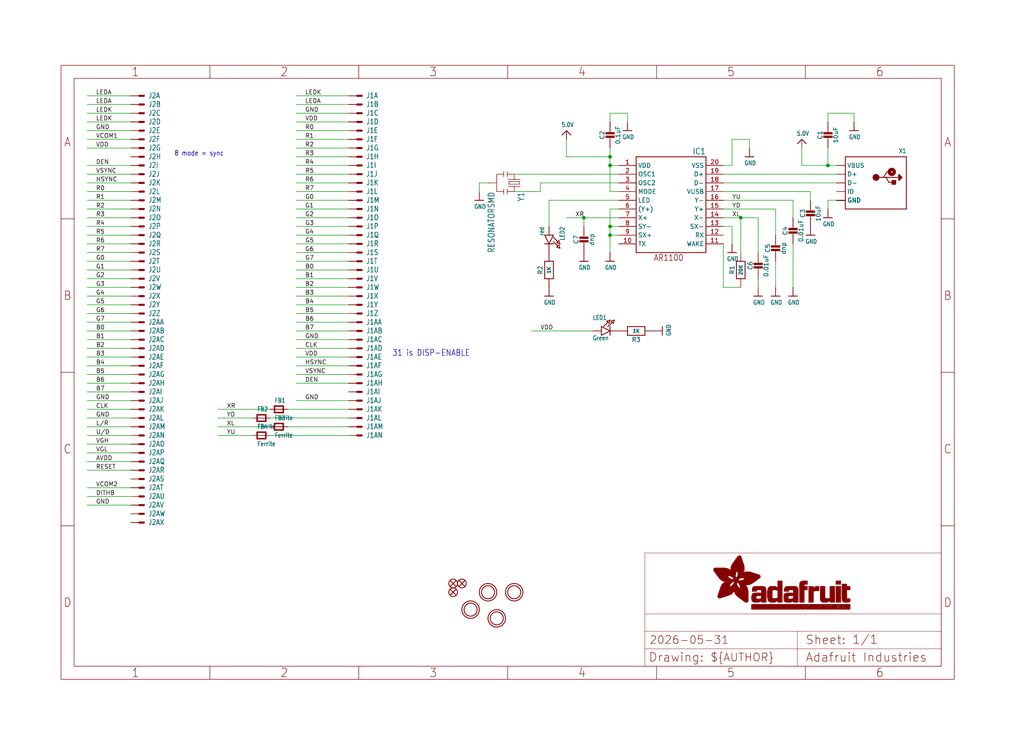
<source format=kicad_sch>
(kicad_sch (version 20230121) (generator eeschema)
  (paper "User" 298.45 217.322)
  (lib_symbols
    (symbol "working-eagle-import:5.0V" (power)
      (property "Value" "5.0V" (at -1.524 1.016 0))
      (symbol "5.0V_1_0"
        (pin power_in line (at 0 -2.54 90) (length 2.54) (name "5.0V") (number "1"))
      )
    )
    (symbol "working-eagle-import:AR1100_SSOP"
      (property "Reference" "IC" (at 10.16 15.24 0))
      (symbol "AR1100_SSOP_1_0"
        (text "AR1100" (at -5.08 -17.78 0) (effects (font (size 1.778 1.5113)) (justify left bottom)))
        (pin power_in line (at -15.24 10.16 0) (length 5.08) (name "VDD") (number "1"))
        (pin output line (at -15.24 -12.7 0) (length 5.08) (name "TX") (number "10"))
        (pin input line (at 15.24 -12.7 180) (length 5.08) (name "WAKE") (number "11"))
        (pin input line (at 15.24 -10.16 180) (length 5.08) (name "RX") (number "12"))
        (pin bidirectional line (at 15.24 -7.62 180) (length 5.08) (name "SX-") (number "13"))
        (pin bidirectional line (at 15.24 -5.08 180) (length 5.08) (name "X-") (number "14"))
        (pin bidirectional line (at 15.24 -2.54 180) (length 5.08) (name "Y+") (number "15"))
        (pin bidirectional line (at 15.24 0 180) (length 5.08) (name "Y-") (number "16"))
        (pin power_in line (at 15.24 2.54 180) (length 5.08) (name "VUSB") (number "17"))
        (pin bidirectional line (at 15.24 5.08 180) (length 5.08) (name "D-") (number "18"))
        (pin bidirectional line (at 15.24 7.62 180) (length 5.08) (name "D+") (number "19"))
        (pin passive line (at -15.24 7.62 0) (length 5.08) (name "OSC1") (number "2"))
        (pin power_in line (at 15.24 10.16 180) (length 5.08) (name "VSS") (number "20"))
        (pin passive line (at -15.24 5.08 0) (length 5.08) (name "OSC2") (number "3"))
        (pin input line (at -15.24 2.54 0) (length 5.08) (name "MODE") (number "4"))
        (pin output line (at -15.24 0 0) (length 5.08) (name "LED") (number "5"))
        (pin bidirectional line (at -15.24 -2.54 0) (length 5.08) (name "(Y+)") (number "6"))
        (pin bidirectional line (at -15.24 -5.08 0) (length 5.08) (name "X+") (number "7"))
        (pin bidirectional line (at -15.24 -7.62 0) (length 5.08) (name "SY-") (number "8"))
        (pin bidirectional line (at -15.24 -10.16 0) (length 5.08) (name "SX+") (number "9"))
      )
    )
    (symbol "working-eagle-import:CAP_CERAMIC_0805MP"
      (property "Reference" "C" (at -2.29 1.25 90))
      (symbol "CAP_CERAMIC_0805MP_1_0"
        (pin passive line (at 0 5.08 270) (length 2.54) (name "1") (number "1"))
        (pin passive line (at 0 -2.54 90) (length 2.54) (name "2") (number "2"))
      )
    )
    (symbol "working-eagle-import:FERRITE_0805"
      (property "Reference" "FB" (at -1.27 1.905 0))
      (symbol "FERRITE_0805_1_0"
        (pin passive line (at -2.54 0 0) (length 2.54) (name "P$1") (number "1"))
        (pin passive line (at 2.54 0 180) (length 2.54) (name "P$2") (number "2"))
      )
    )
    (symbol "working-eagle-import:FIDUCIAL{dblquote}{dblquote}")
    (symbol "working-eagle-import:FRAME_A4_ADAFRUIT"
      (symbol "FRAME_A4_ADAFRUIT_1_0"
        (text "${#}/${##}" (at 230.505 10.16 0) (effects (font (size 2.54 2.54)) (justify left bottom)))
        (text "${AUTHOR}" (at 189.23 5.08 0) (effects (font (size 2.286 2.286)) (justify left bottom)))
        (text "${CURRENT_DATE}" (at 171.45 10.16 0) (effects (font (size 2.286 2.286)) (justify left bottom)))
        (text "${PROJECTNAME}" (at 171.45 15.24 0) (effects (font (size 2.54 2.54)) (justify left bottom)))
        (text "1" (at 21.6958 1.905 0) (effects (font (size 2.54 2.286))))
        (text "1" (at 21.6958 177.165 0) (effects (font (size 2.54 2.286))))
        (text "2" (at 65.0875 1.905 0) (effects (font (size 2.54 2.286))))
        (text "2" (at 65.0875 177.165 0) (effects (font (size 2.54 2.286))))
        (text "3" (at 108.4792 1.905 0) (effects (font (size 2.54 2.286))))
        (text "3" (at 108.4792 177.165 0) (effects (font (size 2.54 2.286))))
        (text "4" (at 151.8708 1.905 0) (effects (font (size 2.54 2.286))))
        (text "4" (at 151.8708 177.165 0) (effects (font (size 2.54 2.286))))
        (text "5" (at 195.2625 1.905 0) (effects (font (size 2.54 2.286))))
        (text "5" (at 195.2625 177.165 0) (effects (font (size 2.54 2.286))))
        (text "6" (at 238.6542 1.905 0) (effects (font (size 2.54 2.286))))
        (text "6" (at 238.6542 177.165 0) (effects (font (size 2.54 2.286))))
        (text "A" (at 1.905 156.6863 0) (effects (font (size 2.54 2.286))))
        (text "A" (at 258.445 156.6863 0) (effects (font (size 2.54 2.286))))
        (text "Adafruit Industries" (at 216.916 4.953 0) (effects (font (size 2.54 2.54)) (justify left bottom)))
        (text "B" (at 1.905 111.9188 0) (effects (font (size 2.54 2.286))))
        (text "B" (at 258.445 111.9188 0) (effects (font (size 2.54 2.286))))
        (text "C" (at 1.905 67.1513 0) (effects (font (size 2.54 2.286))))
        (text "C" (at 258.445 67.1513 0) (effects (font (size 2.54 2.286))))
        (text "D" (at 1.905 22.3838 0) (effects (font (size 2.54 2.286))))
        (text "D" (at 258.445 22.3838 0) (effects (font (size 2.54 2.286))))
        (text "Drawing:" (at 171.196 4.953 0) (effects (font (size 2.54 2.54)) (justify left bottom)))
        (text "Sheet:" (at 216.916 10.033 0) (effects (font (size 2.54 2.54)) (justify left bottom)))
      )
    )
    (symbol "working-eagle-import:GND" (power)
      (property "Value" "GND" (at -1.524 -2.54 0))
      (symbol "GND_1_0"
        (pin power_in line (at 0 2.54 270) (length 2.54) (name "GND") (number "1"))
      )
    )
    (symbol "working-eagle-import:LED0805_NOOUTLINE"
      (property "Reference" "LED" (at -5.08 3.175 0))
      (symbol "LED0805_NOOUTLINE_1_0"
        (pin passive line (at -5.08 0 0) (length 2.54) (name "A") (number "A"))
        (pin passive line (at 2.54 0 180) (length 2.54) (name "C") (number "C"))
      )
    )
    (symbol "working-eagle-import:MOUNTINGHOLE2.5")
    (symbol "working-eagle-import:RESISTOR_0805MP"
      (property "Reference" "R" (at 0 2.54 0))
      (symbol "RESISTOR_0805MP_1_0"
        (pin passive line (at -5.08 0 0) (length 2.54) (name "1") (number "1"))
        (pin passive line (at 5.08 0 180) (length 2.54) (name "2") (number "2"))
      )
    )
    (symbol "working-eagle-import:RESONATORSMD"
      (property "Reference" "Y" (at 2.54 1.016 0))
      (symbol "RESONATORSMD_1_0"
        (pin passive line (at -2.54 0 0) (length 0) (name "1") (number "1"))
        (pin passive line (at 0 -7.62 90) (length 0) (name "2") (number "2"))
        (pin passive line (at 2.54 0 180) (length 0) (name "3") (number "3"))
      )
    )
    (symbol "working-eagle-import:USBMINIBLARGE"
      (property "Reference" "X" (at -10.16 8.636 0))
      (symbol "USBMINIBLARGE_1_0"
        (pin bidirectional line (at 10.16 2.54 180) (length 2.54) (name "D+") (number "D+"))
        (pin bidirectional line (at 10.16 0 180) (length 2.54) (name "D-") (number "D-"))
        (pin power_in line (at 10.16 -5.08 180) (length 2.54) (name "GND") (number "GND"))
        (pin power_in line (at 10.16 -5.08 180) (length 2.54) (name "GND") (number "GND1"))
        (pin power_in line (at 10.16 -5.08 180) (length 2.54) (name "GND") (number "GND2"))
        (pin power_in line (at 10.16 -5.08 180) (length 2.54) (name "GND") (number "GND3"))
        (pin power_in line (at 10.16 -5.08 180) (length 2.54) (name "GND") (number "GND4"))
        (pin bidirectional line (at 10.16 -2.54 180) (length 2.54) (name "ID") (number "ID"))
        (pin power_in line (at 10.16 5.08 180) (length 2.54) (name "VBUS") (number "VBUS"))
      )
    )
    (symbol "working-eagle-import:XF2-40?-RARBT"
      (property "Reference" "J" (at 2.54 -0.762 0))
      (symbol "XF2-40?-RARBT_1_0"
        (pin passive line (at -2.54 0 0) (length 2.54) (name "MSV") (number "1"))
      )
      (symbol "XF2-40?-RARBT_2_0"
        (pin passive line (at -2.54 0 0) (length 2.54) (name "MS") (number "2"))
      )
      (symbol "XF2-40?-RARBT_3_0"
        (pin passive line (at -2.54 0 0) (length 2.54) (name "MS") (number "3"))
      )
      (symbol "XF2-40?-RARBT_4_0"
        (pin passive line (at -2.54 0 0) (length 2.54) (name "MS") (number "4"))
      )
      (symbol "XF2-40?-RARBT_5_0"
        (pin passive line (at -2.54 0 0) (length 2.54) (name "MS") (number "5"))
      )
      (symbol "XF2-40?-RARBT_6_0"
        (pin passive line (at -2.54 0 0) (length 2.54) (name "MS") (number "6"))
      )
      (symbol "XF2-40?-RARBT_7_0"
        (pin passive line (at -2.54 0 0) (length 2.54) (name "MS") (number "7"))
      )
      (symbol "XF2-40?-RARBT_8_0"
        (pin passive line (at -2.54 0 0) (length 2.54) (name "MS") (number "8"))
      )
      (symbol "XF2-40?-RARBT_9_0"
        (pin passive line (at -2.54 0 0) (length 2.54) (name "MS") (number "9"))
      )
      (symbol "XF2-40?-RARBT_10_0"
        (pin passive line (at -2.54 0 0) (length 2.54) (name "MS") (number "10"))
      )
      (symbol "XF2-40?-RARBT_11_0"
        (pin passive line (at -2.54 0 0) (length 2.54) (name "MS") (number "11"))
      )
      (symbol "XF2-40?-RARBT_12_0"
        (pin passive line (at -2.54 0 0) (length 2.54) (name "MS") (number "12"))
      )
      (symbol "XF2-40?-RARBT_13_0"
        (pin passive line (at -2.54 0 0) (length 2.54) (name "MS") (number "13"))
      )
      (symbol "XF2-40?-RARBT_14_0"
        (pin passive line (at -2.54 0 0) (length 2.54) (name "MS") (number "14"))
      )
      (symbol "XF2-40?-RARBT_15_0"
        (pin passive line (at -2.54 0 0) (length 2.54) (name "MS") (number "15"))
      )
      (symbol "XF2-40?-RARBT_16_0"
        (pin passive line (at -2.54 0 0) (length 2.54) (name "MS") (number "16"))
      )
      (symbol "XF2-40?-RARBT_17_0"
        (pin passive line (at -2.54 0 0) (length 2.54) (name "MS") (number "17"))
      )
      (symbol "XF2-40?-RARBT_18_0"
        (pin passive line (at -2.54 0 0) (length 2.54) (name "MS") (number "18"))
      )
      (symbol "XF2-40?-RARBT_19_0"
        (pin passive line (at -2.54 0 0) (length 2.54) (name "MS") (number "19"))
      )
      (symbol "XF2-40?-RARBT_20_0"
        (pin passive line (at -2.54 0 0) (length 2.54) (name "MS") (number "20"))
      )
      (symbol "XF2-40?-RARBT_21_0"
        (pin passive line (at -2.54 0 0) (length 2.54) (name "MS") (number "21"))
      )
      (symbol "XF2-40?-RARBT_22_0"
        (pin passive line (at -2.54 0 0) (length 2.54) (name "MS") (number "22"))
      )
      (symbol "XF2-40?-RARBT_23_0"
        (pin passive line (at -2.54 0 0) (length 2.54) (name "MS") (number "23"))
      )
      (symbol "XF2-40?-RARBT_24_0"
        (pin passive line (at -2.54 0 0) (length 2.54) (name "MS") (number "24"))
      )
      (symbol "XF2-40?-RARBT_25_0"
        (pin passive line (at -2.54 0 0) (length 2.54) (name "MS") (number "25"))
      )
      (symbol "XF2-40?-RARBT_26_0"
        (pin passive line (at -2.54 0 0) (length 2.54) (name "MS") (number "26"))
      )
      (symbol "XF2-40?-RARBT_27_0"
        (pin passive line (at -2.54 0 0) (length 2.54) (name "MS") (number "27"))
      )
      (symbol "XF2-40?-RARBT_28_0"
        (pin passive line (at -2.54 0 0) (length 2.54) (name "MS") (number "28"))
      )
      (symbol "XF2-40?-RARBT_29_0"
        (pin passive line (at -2.54 0 0) (length 2.54) (name "MS") (number "29"))
      )
      (symbol "XF2-40?-RARBT_30_0"
        (pin passive line (at -2.54 0 0) (length 2.54) (name "MS") (number "30"))
      )
      (symbol "XF2-40?-RARBT_31_0"
        (pin passive line (at -2.54 0 0) (length 2.54) (name "MS") (number "31"))
      )
      (symbol "XF2-40?-RARBT_32_0"
        (pin passive line (at -2.54 0 0) (length 2.54) (name "MS") (number "32"))
      )
      (symbol "XF2-40?-RARBT_33_0"
        (pin passive line (at -2.54 0 0) (length 2.54) (name "MS") (number "33"))
      )
      (symbol "XF2-40?-RARBT_34_0"
        (pin passive line (at -2.54 0 0) (length 2.54) (name "MS") (number "34"))
      )
      (symbol "XF2-40?-RARBT_35_0"
        (pin passive line (at -2.54 0 0) (length 2.54) (name "MS") (number "35"))
      )
      (symbol "XF2-40?-RARBT_36_0"
        (pin passive line (at -2.54 0 0) (length 2.54) (name "MS") (number "36"))
      )
      (symbol "XF2-40?-RARBT_37_0"
        (pin passive line (at -2.54 0 0) (length 2.54) (name "MS") (number "37"))
      )
      (symbol "XF2-40?-RARBT_38_0"
        (pin passive line (at -2.54 0 0) (length 2.54) (name "MS") (number "38"))
      )
      (symbol "XF2-40?-RARBT_39_0"
        (pin passive line (at -2.54 0 0) (length 2.54) (name "MS") (number "39"))
      )
      (symbol "XF2-40?-RARBT_40_0"
        (pin passive line (at -2.54 0 0) (length 2.54) (name "MS") (number "40"))
      )
    )
    (symbol "working-eagle-import:XF2-50?-REV"
      (property "Reference" "J" (at 2.54 -0.762 0))
      (symbol "XF2-50?-REV_1_0"
        (pin passive line (at -2.54 0 0) (length 2.54) (name "MSV") (number "1"))
      )
      (symbol "XF2-50?-REV_2_0"
        (pin passive line (at -2.54 0 0) (length 2.54) (name "MS") (number "2"))
      )
      (symbol "XF2-50?-REV_3_0"
        (pin passive line (at -2.54 0 0) (length 2.54) (name "MS") (number "3"))
      )
      (symbol "XF2-50?-REV_4_0"
        (pin passive line (at -2.54 0 0) (length 2.54) (name "MS") (number "4"))
      )
      (symbol "XF2-50?-REV_5_0"
        (pin passive line (at -2.54 0 0) (length 2.54) (name "MS") (number "5"))
      )
      (symbol "XF2-50?-REV_6_0"
        (pin passive line (at -2.54 0 0) (length 2.54) (name "MS") (number "6"))
      )
      (symbol "XF2-50?-REV_7_0"
        (pin passive line (at -2.54 0 0) (length 2.54) (name "MS") (number "7"))
      )
      (symbol "XF2-50?-REV_8_0"
        (pin passive line (at -2.54 0 0) (length 2.54) (name "MS") (number "8"))
      )
      (symbol "XF2-50?-REV_9_0"
        (pin passive line (at -2.54 0 0) (length 2.54) (name "MS") (number "9"))
      )
      (symbol "XF2-50?-REV_10_0"
        (pin passive line (at -2.54 0 0) (length 2.54) (name "MS") (number "10"))
      )
      (symbol "XF2-50?-REV_11_0"
        (pin passive line (at -2.54 0 0) (length 2.54) (name "MS") (number "11"))
      )
      (symbol "XF2-50?-REV_12_0"
        (pin passive line (at -2.54 0 0) (length 2.54) (name "MS") (number "12"))
      )
      (symbol "XF2-50?-REV_13_0"
        (pin passive line (at -2.54 0 0) (length 2.54) (name "MS") (number "13"))
      )
      (symbol "XF2-50?-REV_14_0"
        (pin passive line (at -2.54 0 0) (length 2.54) (name "MS") (number "14"))
      )
      (symbol "XF2-50?-REV_15_0"
        (pin passive line (at -2.54 0 0) (length 2.54) (name "MS") (number "15"))
      )
      (symbol "XF2-50?-REV_16_0"
        (pin passive line (at -2.54 0 0) (length 2.54) (name "MS") (number "16"))
      )
      (symbol "XF2-50?-REV_17_0"
        (pin passive line (at -2.54 0 0) (length 2.54) (name "MS") (number "17"))
      )
      (symbol "XF2-50?-REV_18_0"
        (pin passive line (at -2.54 0 0) (length 2.54) (name "MS") (number "18"))
      )
      (symbol "XF2-50?-REV_19_0"
        (pin passive line (at -2.54 0 0) (length 2.54) (name "MS") (number "19"))
      )
      (symbol "XF2-50?-REV_20_0"
        (pin passive line (at -2.54 0 0) (length 2.54) (name "MS") (number "20"))
      )
      (symbol "XF2-50?-REV_21_0"
        (pin passive line (at -2.54 0 0) (length 2.54) (name "MS") (number "21"))
      )
      (symbol "XF2-50?-REV_22_0"
        (pin passive line (at -2.54 0 0) (length 2.54) (name "MS") (number "22"))
      )
      (symbol "XF2-50?-REV_23_0"
        (pin passive line (at -2.54 0 0) (length 2.54) (name "MS") (number "23"))
      )
      (symbol "XF2-50?-REV_24_0"
        (pin passive line (at -2.54 0 0) (length 2.54) (name "MS") (number "24"))
      )
      (symbol "XF2-50?-REV_25_0"
        (pin passive line (at -2.54 0 0) (length 2.54) (name "MS") (number "25"))
      )
      (symbol "XF2-50?-REV_26_0"
        (pin passive line (at -2.54 0 0) (length 2.54) (name "MS") (number "26"))
      )
      (symbol "XF2-50?-REV_27_0"
        (pin passive line (at -2.54 0 0) (length 2.54) (name "MS") (number "27"))
      )
      (symbol "XF2-50?-REV_28_0"
        (pin passive line (at -2.54 0 0) (length 2.54) (name "MS") (number "28"))
      )
      (symbol "XF2-50?-REV_29_0"
        (pin passive line (at -2.54 0 0) (length 2.54) (name "MS") (number "29"))
      )
      (symbol "XF2-50?-REV_30_0"
        (pin passive line (at -2.54 0 0) (length 2.54) (name "MS") (number "30"))
      )
      (symbol "XF2-50?-REV_31_0"
        (pin passive line (at -2.54 0 0) (length 2.54) (name "MS") (number "31"))
      )
      (symbol "XF2-50?-REV_32_0"
        (pin passive line (at -2.54 0 0) (length 2.54) (name "MS") (number "32"))
      )
      (symbol "XF2-50?-REV_33_0"
        (pin passive line (at -2.54 0 0) (length 2.54) (name "MS") (number "33"))
      )
      (symbol "XF2-50?-REV_34_0"
        (pin passive line (at -2.54 0 0) (length 2.54) (name "MS") (number "34"))
      )
      (symbol "XF2-50?-REV_35_0"
        (pin passive line (at -2.54 0 0) (length 2.54) (name "MS") (number "35"))
      )
      (symbol "XF2-50?-REV_36_0"
        (pin passive line (at -2.54 0 0) (length 2.54) (name "MS") (number "36"))
      )
      (symbol "XF2-50?-REV_37_0"
        (pin passive line (at -2.54 0 0) (length 2.54) (name "MS") (number "37"))
      )
      (symbol "XF2-50?-REV_38_0"
        (pin passive line (at -2.54 0 0) (length 2.54) (name "MS") (number "38"))
      )
      (symbol "XF2-50?-REV_39_0"
        (pin passive line (at -2.54 0 0) (length 2.54) (name "MS") (number "39"))
      )
      (symbol "XF2-50?-REV_40_0"
        (pin passive line (at -2.54 0 0) (length 2.54) (name "MS") (number "40"))
      )
      (symbol "XF2-50?-REV_41_0"
        (pin passive line (at -2.54 0 0) (length 2.54) (name "MS") (number "41"))
      )
      (symbol "XF2-50?-REV_42_0"
        (pin passive line (at -2.54 0 0) (length 2.54) (name "MS") (number "42"))
      )
      (symbol "XF2-50?-REV_43_0"
        (pin passive line (at -2.54 0 0) (length 2.54) (name "MS") (number "43"))
      )
      (symbol "XF2-50?-REV_44_0"
        (pin passive line (at -2.54 0 0) (length 2.54) (name "MS") (number "44"))
      )
      (symbol "XF2-50?-REV_45_0"
        (pin passive line (at -2.54 0 0) (length 2.54) (name "MS") (number "45"))
      )
      (symbol "XF2-50?-REV_46_0"
        (pin passive line (at -2.54 0 0) (length 2.54) (name "MS") (number "46"))
      )
      (symbol "XF2-50?-REV_47_0"
        (pin passive line (at -2.54 0 0) (length 2.54) (name "MS") (number "47"))
      )
      (symbol "XF2-50?-REV_48_0"
        (pin passive line (at -2.54 0 0) (length 2.54) (name "MS") (number "48"))
      )
      (symbol "XF2-50?-REV_49_0"
        (pin passive line (at -2.54 0 0) (length 2.54) (name "MS") (number "49"))
      )
      (symbol "XF2-50?-REV_50_0"
        (pin passive line (at -2.54 0 0) (length 2.54) (name "MS") (number "50"))
      )
    )
  )
  (junction (at 177.8 66.04))
  (junction (at 177.8 68.58))
  (junction (at 170.18 63.5))
  (junction (at 215.9 63.5))
  (junction (at 177.8 48.26))
  (junction (at 241.3 48.26))
  (junction (at 177.8 45.72))
  (wire (pts (xy 241.3 48.26) (xy 233.68 48.26)) (stroke (width 0.1524)))
  (wire (pts (xy 78.74 124.46) (xy 63.5 124.46)) (stroke (width 0.1524)))
  (wire (pts (xy 101.6 109.22) (xy 86.36 109.22)) (stroke (width 0.1524)))
  (wire (pts (xy 210.82 48.26) (xy 213.36 48.26)) (stroke (width 0.1524)))
  (wire (pts (xy 101.6 53.34) (xy 86.36 53.34)) (stroke (width 0.1524)))
  (wire (pts (xy 25.4 144.78) (xy 38.1 144.78)) (stroke (width 0.1524)))
  (wire (pts (xy 226.06 60.96) (xy 226.06 68.58)) (stroke (width 0.1524)))
  (wire (pts (xy 38.1 81.28) (xy 25.4 81.28)) (stroke (width 0.1524)))
  (wire (pts (xy 210.82 71.12) (xy 210.82 83.82)) (stroke (width 0.1524)))
  (wire (pts (xy 215.9 63.5) (xy 220.98 63.5)) (stroke (width 0.1524)))
  (wire (pts (xy 101.6 68.58) (xy 86.36 68.58)) (stroke (width 0.1524)))
  (wire (pts (xy 177.8 48.26) (xy 180.34 48.26)) (stroke (width 0.1524)))
  (wire (pts (xy 25.4 124.46) (xy 38.1 124.46)) (stroke (width 0.1524)))
  (wire (pts (xy 241.3 58.42) (xy 241.3 60.96)) (stroke (width 0.1524)))
  (wire (pts (xy 38.1 116.84) (xy 25.4 116.84)) (stroke (width 0.1524)))
  (wire (pts (xy 38.1 66.04) (xy 25.4 66.04)) (stroke (width 0.1524)))
  (wire (pts (xy 83.82 124.46) (xy 101.6 124.46)) (stroke (width 0.1524)))
  (wire (pts (xy 101.6 78.74) (xy 86.36 78.74)) (stroke (width 0.1524)))
  (wire (pts (xy 210.82 55.88) (xy 236.22 55.88)) (stroke (width 0.1524)))
  (wire (pts (xy 38.1 127) (xy 25.4 127)) (stroke (width 0.1524)))
  (wire (pts (xy 38.1 104.14) (xy 25.4 104.14)) (stroke (width 0.1524)))
  (wire (pts (xy 180.34 63.5) (xy 170.18 63.5)) (stroke (width 0.1524)))
  (wire (pts (xy 101.6 93.98) (xy 86.36 93.98)) (stroke (width 0.1524)))
  (wire (pts (xy 101.6 55.88) (xy 86.36 55.88)) (stroke (width 0.1524)))
  (wire (pts (xy 38.1 132.08) (xy 25.4 132.08)) (stroke (width 0.1524)))
  (wire (pts (xy 142.24 53.34) (xy 139.7 53.34)) (stroke (width 0.1524)))
  (wire (pts (xy 180.34 53.34) (xy 157.48 53.34)) (stroke (width 0.1524)))
  (wire (pts (xy 182.88 33.02) (xy 182.88 35.56)) (stroke (width 0.1524)))
  (wire (pts (xy 160.02 58.42) (xy 160.02 66.04)) (stroke (width 0.1524)))
  (wire (pts (xy 101.6 73.66) (xy 86.36 73.66)) (stroke (width 0.1524)))
  (wire (pts (xy 101.6 58.42) (xy 86.36 58.42)) (stroke (width 0.1524)))
  (wire (pts (xy 38.1 27.94) (xy 25.4 27.94)) (stroke (width 0.1524)))
  (wire (pts (xy 101.6 50.8) (xy 86.36 50.8)) (stroke (width 0.1524)))
  (wire (pts (xy 101.6 76.2) (xy 86.36 76.2)) (stroke (width 0.1524)))
  (wire (pts (xy 226.06 76.2) (xy 226.06 83.82)) (stroke (width 0.1524)))
  (wire (pts (xy 38.1 83.82) (xy 25.4 83.82)) (stroke (width 0.1524)))
  (wire (pts (xy 213.36 66.04) (xy 213.36 71.12)) (stroke (width 0.1524)))
  (wire (pts (xy 101.6 86.36) (xy 86.36 86.36)) (stroke (width 0.1524)))
  (wire (pts (xy 177.8 48.26) (xy 177.8 45.72)) (stroke (width 0.1524)))
  (wire (pts (xy 101.6 60.96) (xy 86.36 60.96)) (stroke (width 0.1524)))
  (wire (pts (xy 180.34 58.42) (xy 160.02 58.42)) (stroke (width 0.1524)))
  (wire (pts (xy 25.4 40.64) (xy 38.1 40.64)) (stroke (width 0.1524)))
  (wire (pts (xy 180.34 60.96) (xy 177.8 60.96)) (stroke (width 0.1524)))
  (wire (pts (xy 25.4 129.54) (xy 38.1 129.54)) (stroke (width 0.1524)))
  (wire (pts (xy 241.3 33.02) (xy 248.92 33.02)) (stroke (width 0.1524)))
  (wire (pts (xy 243.84 48.26) (xy 241.3 48.26)) (stroke (width 0.1524)))
  (wire (pts (xy 139.7 53.34) (xy 139.7 55.88)) (stroke (width 0.1524)))
  (wire (pts (xy 241.3 35.56) (xy 241.3 33.02)) (stroke (width 0.1524)))
  (wire (pts (xy 78.74 127) (xy 101.6 127)) (stroke (width 0.1524)))
  (wire (pts (xy 101.6 27.94) (xy 86.36 27.94)) (stroke (width 0.1524)))
  (wire (pts (xy 101.6 33.02) (xy 86.36 33.02)) (stroke (width 0.1524)))
  (wire (pts (xy 38.1 99.06) (xy 25.4 99.06)) (stroke (width 0.1524)))
  (wire (pts (xy 38.1 33.02) (xy 25.4 33.02)) (stroke (width 0.1524)))
  (wire (pts (xy 177.8 66.04) (xy 177.8 68.58)) (stroke (width 0.1524)))
  (wire (pts (xy 38.1 63.5) (xy 25.4 63.5)) (stroke (width 0.1524)))
  (wire (pts (xy 172.72 96.52) (xy 154.94 96.52)) (stroke (width 0.1524)))
  (wire (pts (xy 180.34 55.88) (xy 177.8 55.88)) (stroke (width 0.1524)))
  (wire (pts (xy 243.84 53.34) (xy 210.82 53.34)) (stroke (width 0.1524)))
  (wire (pts (xy 101.6 35.56) (xy 86.36 35.56)) (stroke (width 0.1524)))
  (wire (pts (xy 38.1 53.34) (xy 25.4 53.34)) (stroke (width 0.1524)))
  (wire (pts (xy 101.6 83.82) (xy 86.36 83.82)) (stroke (width 0.1524)))
  (wire (pts (xy 210.82 83.82) (xy 215.9 83.82)) (stroke (width 0.1524)))
  (wire (pts (xy 180.34 68.58) (xy 177.8 68.58)) (stroke (width 0.1524)))
  (wire (pts (xy 38.1 55.88) (xy 25.4 55.88)) (stroke (width 0.1524)))
  (wire (pts (xy 101.6 106.68) (xy 86.36 106.68)) (stroke (width 0.1524)))
  (wire (pts (xy 38.1 101.6) (xy 25.4 101.6)) (stroke (width 0.1524)))
  (wire (pts (xy 218.44 40.64) (xy 218.44 43.18)) (stroke (width 0.1524)))
  (wire (pts (xy 101.6 99.06) (xy 86.36 99.06)) (stroke (width 0.1524)))
  (wire (pts (xy 101.6 88.9) (xy 86.36 88.9)) (stroke (width 0.1524)))
  (wire (pts (xy 213.36 40.64) (xy 218.44 40.64)) (stroke (width 0.1524)))
  (wire (pts (xy 38.1 71.12) (xy 25.4 71.12)) (stroke (width 0.1524)))
  (wire (pts (xy 101.6 116.84) (xy 86.36 116.84)) (stroke (width 0.1524)))
  (wire (pts (xy 213.36 48.26) (xy 213.36 40.64)) (stroke (width 0.1524)))
  (wire (pts (xy 101.6 104.14) (xy 86.36 104.14)) (stroke (width 0.1524)))
  (wire (pts (xy 177.8 60.96) (xy 177.8 66.04)) (stroke (width 0.1524)))
  (wire (pts (xy 78.74 121.92) (xy 101.6 121.92)) (stroke (width 0.1524)))
  (wire (pts (xy 210.82 60.96) (xy 226.06 60.96)) (stroke (width 0.1524)))
  (wire (pts (xy 177.8 35.56) (xy 177.8 33.02)) (stroke (width 0.1524)))
  (wire (pts (xy 101.6 63.5) (xy 86.36 63.5)) (stroke (width 0.1524)))
  (wire (pts (xy 38.1 96.52) (xy 25.4 96.52)) (stroke (width 0.1524)))
  (wire (pts (xy 101.6 48.26) (xy 86.36 48.26)) (stroke (width 0.1524)))
  (wire (pts (xy 101.6 38.1) (xy 86.36 38.1)) (stroke (width 0.1524)))
  (wire (pts (xy 177.8 45.72) (xy 177.8 43.18)) (stroke (width 0.1524)))
  (wire (pts (xy 101.6 91.44) (xy 86.36 91.44)) (stroke (width 0.1524)))
  (wire (pts (xy 220.98 63.5) (xy 220.98 73.66)) (stroke (width 0.1524)))
  (wire (pts (xy 38.1 147.32) (xy 25.4 147.32)) (stroke (width 0.1524)))
  (wire (pts (xy 38.1 76.2) (xy 25.4 76.2)) (stroke (width 0.1524)))
  (wire (pts (xy 177.8 45.72) (xy 165.1 45.72)) (stroke (width 0.1524)))
  (wire (pts (xy 25.4 134.62) (xy 38.1 134.62)) (stroke (width 0.1524)))
  (wire (pts (xy 101.6 81.28) (xy 86.36 81.28)) (stroke (width 0.1524)))
  (wire (pts (xy 38.1 91.44) (xy 25.4 91.44)) (stroke (width 0.1524)))
  (wire (pts (xy 38.1 121.92) (xy 25.4 121.92)) (stroke (width 0.1524)))
  (wire (pts (xy 38.1 48.26) (xy 25.4 48.26)) (stroke (width 0.1524)))
  (wire (pts (xy 170.18 63.5) (xy 165.1 63.5)) (stroke (width 0.1524)))
  (wire (pts (xy 38.1 38.1) (xy 25.4 38.1)) (stroke (width 0.1524)))
  (wire (pts (xy 38.1 109.22) (xy 25.4 109.22)) (stroke (width 0.1524)))
  (wire (pts (xy 101.6 101.6) (xy 86.36 101.6)) (stroke (width 0.1524)))
  (wire (pts (xy 25.4 119.38) (xy 38.1 119.38)) (stroke (width 0.1524)))
  (wire (pts (xy 231.14 71.12) (xy 231.14 83.82)) (stroke (width 0.1524)))
  (wire (pts (xy 38.1 60.96) (xy 25.4 60.96)) (stroke (width 0.1524)))
  (wire (pts (xy 210.82 63.5) (xy 215.9 63.5)) (stroke (width 0.1524)))
  (wire (pts (xy 101.6 111.76) (xy 86.36 111.76)) (stroke (width 0.1524)))
  (wire (pts (xy 38.1 58.42) (xy 25.4 58.42)) (stroke (width 0.1524)))
  (wire (pts (xy 73.66 121.92) (xy 63.5 121.92)) (stroke (width 0.1524)))
  (wire (pts (xy 180.34 66.04) (xy 177.8 66.04)) (stroke (width 0.1524)))
  (wire (pts (xy 38.1 137.16) (xy 25.4 137.16)) (stroke (width 0.1524)))
  (wire (pts (xy 38.1 88.9) (xy 25.4 88.9)) (stroke (width 0.1524)))
  (wire (pts (xy 180.34 50.8) (xy 149.86 50.8)) (stroke (width 0.1524)))
  (wire (pts (xy 25.4 35.56) (xy 38.1 35.56)) (stroke (width 0.1524)))
  (wire (pts (xy 220.98 81.28) (xy 220.98 83.82)) (stroke (width 0.1524)))
  (wire (pts (xy 101.6 119.38) (xy 83.82 119.38)) (stroke (width 0.1524)))
  (wire (pts (xy 25.4 50.8) (xy 38.1 50.8)) (stroke (width 0.1524)))
  (wire (pts (xy 248.92 33.02) (xy 248.92 35.56)) (stroke (width 0.1524)))
  (wire (pts (xy 177.8 68.58) (xy 177.8 73.66)) (stroke (width 0.1524)))
  (wire (pts (xy 157.48 55.88) (xy 149.86 55.88)) (stroke (width 0.1524)))
  (wire (pts (xy 210.82 58.42) (xy 231.14 58.42)) (stroke (width 0.1524)))
  (wire (pts (xy 177.8 33.02) (xy 182.88 33.02)) (stroke (width 0.1524)))
  (wire (pts (xy 241.3 48.26) (xy 241.3 43.18)) (stroke (width 0.1524)))
  (wire (pts (xy 231.14 58.42) (xy 231.14 63.5)) (stroke (width 0.1524)))
  (wire (pts (xy 38.1 114.3) (xy 25.4 114.3)) (stroke (width 0.1524)))
  (wire (pts (xy 38.1 111.76) (xy 25.4 111.76)) (stroke (width 0.1524)))
  (wire (pts (xy 38.1 93.98) (xy 25.4 93.98)) (stroke (width 0.1524)))
  (wire (pts (xy 101.6 96.52) (xy 86.36 96.52)) (stroke (width 0.1524)))
  (wire (pts (xy 101.6 40.64) (xy 86.36 40.64)) (stroke (width 0.1524)))
  (wire (pts (xy 243.84 58.42) (xy 241.3 58.42)) (stroke (width 0.1524)))
  (wire (pts (xy 101.6 71.12) (xy 86.36 71.12)) (stroke (width 0.1524)))
  (wire (pts (xy 157.48 53.34) (xy 157.48 55.88)) (stroke (width 0.1524)))
  (wire (pts (xy 38.1 106.68) (xy 25.4 106.68)) (stroke (width 0.1524)))
  (wire (pts (xy 101.6 66.04) (xy 86.36 66.04)) (stroke (width 0.1524)))
  (wire (pts (xy 38.1 78.74) (xy 25.4 78.74)) (stroke (width 0.1524)))
  (wire (pts (xy 210.82 50.8) (xy 243.84 50.8)) (stroke (width 0.1524)))
  (wire (pts (xy 38.1 68.58) (xy 25.4 68.58)) (stroke (width 0.1524)))
  (wire (pts (xy 101.6 30.48) (xy 86.36 30.48)) (stroke (width 0.1524)))
  (wire (pts (xy 101.6 43.18) (xy 86.36 43.18)) (stroke (width 0.1524)))
  (wire (pts (xy 210.82 66.04) (xy 213.36 66.04)) (stroke (width 0.1524)))
  (wire (pts (xy 236.22 55.88) (xy 236.22 58.42)) (stroke (width 0.1524)))
  (wire (pts (xy 25.4 30.48) (xy 38.1 30.48)) (stroke (width 0.1524)))
  (wire (pts (xy 38.1 43.18) (xy 25.4 43.18)) (stroke (width 0.1524)))
  (wire (pts (xy 78.74 119.38) (xy 63.5 119.38)) (stroke (width 0.1524)))
  (wire (pts (xy 215.9 73.66) (xy 215.9 63.5)) (stroke (width 0.1524)))
  (wire (pts (xy 233.68 48.26) (xy 233.68 43.18)) (stroke (width 0.1524)))
  (wire (pts (xy 38.1 86.36) (xy 25.4 86.36)) (stroke (width 0.1524)))
  (wire (pts (xy 38.1 142.24) (xy 25.4 142.24)) (stroke (width 0.1524)))
  (wire (pts (xy 177.8 55.88) (xy 177.8 48.26)) (stroke (width 0.1524)))
  (wire (pts (xy 38.1 73.66) (xy 25.4 73.66)) (stroke (width 0.1524)))
  (wire (pts (xy 165.1 45.72) (xy 165.1 40.64)) (stroke (width 0.1524)))
  (wire (pts (xy 170.18 63.5) (xy 170.18 66.04)) (stroke (width 0.1524)))
  (wire (pts (xy 73.66 127) (xy 63.5 127)) (stroke (width 0.1524)))
  (wire (pts (xy 101.6 45.72) (xy 86.36 45.72)) (stroke (width 0.1524)))
  (text "8 mode = sync" (at 50.8 45.72 0) (effects (font (size 1.4224 1.209)) (justify left bottom)))
  (text "31 is DISP-ENABLE" (at 114.3 104.14 0) (effects (font (size 1.778 1.5113)) (justify left bottom)))
  (label "GND" (at 27.94 116.84 0) (effects (font (size 1.2446 1.2446))))
  (label "B0" (at 88.9 78.74 0) (effects (font (size 1.2446 1.2446))))
  (label "DITHB" (at 27.94 144.78 0) (effects (font (size 1.2446 1.2446))))
  (label "LEDA" (at 27.94 30.48 0) (effects (font (size 1.2446 1.2446))))
  (label "G5" (at 88.9 71.12 0) (effects (font (size 1.2446 1.2446))))
  (label "XL" (at 213.36 63.5 0) (effects (font (size 1.2446 1.2446))))
  (label "GND" (at 27.94 147.32 0) (effects (font (size 1.2446 1.2446))))
  (label "B7" (at 88.9 96.52 0) (effects (font (size 1.2446 1.2446))))
  (label "XL" (at 66.04 124.46 0) (effects (font (size 1.2446 1.2446))))
  (label "G0" (at 88.9 58.42 0) (effects (font (size 1.2446 1.2446))))
  (label "LEDK" (at 88.9 27.94 0) (effects (font (size 1.2446 1.2446))))
  (label "B0" (at 27.94 96.52 0) (effects (font (size 1.2446 1.2446))))
  (label "B6" (at 88.9 93.98 0) (effects (font (size 1.2446 1.2446))))
  (label "GND" (at 88.9 99.06 0) (effects (font (size 1.2446 1.2446))))
  (label "G6" (at 27.94 91.44 0) (effects (font (size 1.2446 1.2446))))
  (label "YD" (at 213.36 60.96 0) (effects (font (size 1.2446 1.2446))))
  (label "R6" (at 27.94 71.12 0) (effects (font (size 1.2446 1.2446))))
  (label "R3" (at 88.9 45.72 0) (effects (font (size 1.2446 1.2446))))
  (label "G1" (at 27.94 78.74 0) (effects (font (size 1.2446 1.2446))))
  (label "R0" (at 88.9 38.1 0) (effects (font (size 1.2446 1.2446))))
  (label "G3" (at 27.94 83.82 0) (effects (font (size 1.2446 1.2446))))
  (label "L/R" (at 27.94 124.46 0) (effects (font (size 1.2446 1.2446))))
  (label "R4" (at 88.9 48.26 0) (effects (font (size 1.2446 1.2446))))
  (label "R6" (at 88.9 53.34 0) (effects (font (size 1.2446 1.2446))))
  (label "B1" (at 88.9 81.28 0) (effects (font (size 1.2446 1.2446))))
  (label "G4" (at 27.94 86.36 0) (effects (font (size 1.2446 1.2446))))
  (label "B5" (at 88.9 91.44 0) (effects (font (size 1.2446 1.2446))))
  (label "G1" (at 88.9 60.96 0) (effects (font (size 1.2446 1.2446))))
  (label "GND" (at 88.9 33.02 0) (effects (font (size 1.2446 1.2446))))
  (label "LEDK" (at 27.94 35.56 0) (effects (font (size 1.2446 1.2446))))
  (label "B3" (at 27.94 104.14 0) (effects (font (size 1.2446 1.2446))))
  (label "VSYNC" (at 88.9 109.22 0) (effects (font (size 1.2446 1.2446))))
  (label "VCOM1" (at 27.94 40.64 0) (effects (font (size 1.2446 1.2446))))
  (label "HSYNC" (at 27.94 53.34 0) (effects (font (size 1.2446 1.2446))))
  (label "B6" (at 27.94 111.76 0) (effects (font (size 1.2446 1.2446))))
  (label "R5" (at 88.9 50.8 0) (effects (font (size 1.2446 1.2446))))
  (label "HSYNC" (at 88.9 106.68 0) (effects (font (size 1.2446 1.2446))))
  (label "B7" (at 27.94 114.3 0) (effects (font (size 1.2446 1.2446))))
  (label "XR" (at 66.04 119.38 0) (effects (font (size 1.2446 1.2446))))
  (label "U/D" (at 27.94 127 0) (effects (font (size 1.2446 1.2446))))
  (label "G6" (at 88.9 73.66 0) (effects (font (size 1.2446 1.2446))))
  (label "CLK" (at 27.94 119.38 0) (effects (font (size 1.2446 1.2446))))
  (label "R5" (at 27.94 68.58 0) (effects (font (size 1.2446 1.2446))))
  (label "GND" (at 27.94 38.1 0) (effects (font (size 1.2446 1.2446))))
  (label "G2" (at 88.9 63.5 0) (effects (font (size 1.2446 1.2446))))
  (label "R1" (at 88.9 40.64 0) (effects (font (size 1.2446 1.2446))))
  (label "G0" (at 27.94 76.2 0) (effects (font (size 1.2446 1.2446))))
  (label "YD" (at 66.04 121.92 0) (effects (font (size 1.2446 1.2446))))
  (label "YU" (at 66.04 127 0) (effects (font (size 1.2446 1.2446))))
  (label "G4" (at 88.9 68.58 0) (effects (font (size 1.2446 1.2446))))
  (label "R0" (at 27.94 55.88 0) (effects (font (size 1.2446 1.2446))))
  (label "CLK" (at 88.9 101.6 0) (effects (font (size 1.2446 1.2446))))
  (label "VDD" (at 157.48 96.52 0) (effects (font (size 1.2446 1.2446))))
  (label "DEN" (at 27.94 48.26 0) (effects (font (size 1.2446 1.2446))))
  (label "R3" (at 27.94 63.5 0) (effects (font (size 1.2446 1.2446))))
  (label "VGL" (at 27.94 132.08 0) (effects (font (size 1.2446 1.2446))))
  (label "R4" (at 27.94 66.04 0) (effects (font (size 1.2446 1.2446))))
  (label "B4" (at 88.9 88.9 0) (effects (font (size 1.2446 1.2446))))
  (label "B5" (at 27.94 109.22 0) (effects (font (size 1.2446 1.2446))))
  (label "B3" (at 88.9 86.36 0) (effects (font (size 1.2446 1.2446))))
  (label "B2" (at 27.94 101.6 0) (effects (font (size 1.2446 1.2446))))
  (label "G3" (at 88.9 66.04 0) (effects (font (size 1.2446 1.2446))))
  (label "VDD" (at 27.94 43.18 0) (effects (font (size 1.2446 1.2446))))
  (label "VCOM2" (at 27.94 142.24 0) (effects (font (size 1.2446 1.2446))))
  (label "VDD" (at 88.9 35.56 0) (effects (font (size 1.2446 1.2446))))
  (label "LEDA" (at 88.9 30.48 0) (effects (font (size 1.2446 1.2446))))
  (label "VGH" (at 27.94 129.54 0) (effects (font (size 1.2446 1.2446))))
  (label "B1" (at 27.94 99.06 0) (effects (font (size 1.2446 1.2446))))
  (label "LEDK" (at 27.94 33.02 0) (effects (font (size 1.2446 1.2446))))
  (label "XR" (at 167.64 63.5 0) (effects (font (size 1.2446 1.2446))))
  (label "G2" (at 27.94 81.28 0) (effects (font (size 1.2446 1.2446))))
  (label "VDD" (at 88.9 104.14 0) (effects (font (size 1.2446 1.2446))))
  (label "G5" (at 27.94 88.9 0) (effects (font (size 1.2446 1.2446))))
  (label "GND" (at 88.9 116.84 0) (effects (font (size 1.2446 1.2446))))
  (label "DEN" (at 88.9 111.76 0) (effects (font (size 1.2446 1.2446))))
  (label "RESET" (at 27.94 137.16 0) (effects (font (size 1.2446 1.2446))))
  (label "B4" (at 27.94 106.68 0) (effects (font (size 1.2446 1.2446))))
  (label "G7" (at 88.9 76.2 0) (effects (font (size 1.2446 1.2446))))
  (label "R2" (at 88.9 43.18 0) (effects (font (size 1.2446 1.2446))))
  (label "B2" (at 88.9 83.82 0) (effects (font (size 1.2446 1.2446))))
  (label "GND" (at 27.94 121.92 0) (effects (font (size 1.2446 1.2446))))
  (label "R7" (at 27.94 73.66 0) (effects (font (size 1.2446 1.2446))))
  (label "G7" (at 27.94 93.98 0) (effects (font (size 1.2446 1.2446))))
  (label "AVDD" (at 27.94 134.62 0) (effects (font (size 1.2446 1.2446))))
  (label "R2" (at 27.94 60.96 0) (effects (font (size 1.2446 1.2446))))
  (label "R1" (at 27.94 58.42 0) (effects (font (size 1.2446 1.2446))))
  (label "YU" (at 213.36 58.42 0) (effects (font (size 1.2446 1.2446))))
  (label "LEDA" (at 27.94 27.94 0) (effects (font (size 1.2446 1.2446))))
  (label "R7" (at 88.9 55.88 0) (effects (font (size 1.2446 1.2446))))
  (label "VSYNC" (at 27.94 50.8 0) (effects (font (size 1.2446 1.2446))))
  (symbol (lib_id "working-eagle-import:XF2-50?-REV") (at 40.64 27.94 0) (unit 1)
    (property "Reference" "J2" (at 43.18 28.702 0) (effects (font (size 1.524 1.2954)) (justify left bottom)))
    (property "Value" "XF2-50?-REV" (effects hide))
    (property "Footprint" "working:5-1734839-0-REV" (effects hide))
  )
  (symbol (lib_id "working-eagle-import:XF2-50?-REV") (at 40.64 86.36 0) (unit 24)
    (property "Reference" "J2" (at 43.18 87.122 0) (effects (font (size 1.524 1.2954)) (justify left bottom)))
    (property "Value" "XF2-50?-REV" (effects hide))
    (property "Footprint" "working:5-1734839-0-REV" (effects hide))
  )
  (symbol (lib_id "working-eagle-import:FIDUCIAL{dblquote}{dblquote}") (at 132.08 172.72 0) (unit 1)
    (property "Reference" "FID1" (effects hide))
    (property "Value" "FIDUCIAL{dblquote}{dblquote}" (effects hide))
    (property "Footprint" "working:FIDUCIAL_1MM" (effects hide))
  )
  (symbol (lib_id "working-eagle-import:GND") (at 213.36 73.66 0) (unit 1)
    (property "Reference" "#U$2" (effects hide))
    (property "Value" "GND" (at 211.836 76.2 0) (effects (font (size 1.27 1.0795)) (justify left bottom)))
  )
  (symbol (lib_id "working-eagle-import:XF2-40?-RARBT") (at 104.14 116.84 0) (unit 36)
    (property "Reference" "J1" (at 106.68 117.602 0) (effects (font (size 1.524 1.2954)) (justify left bottom)))
    (property "Value" "XF2-40?-RARBT" (effects hide))
    (property "Footprint" "working:4-1734839-0" (effects hide))
  )
  (symbol (lib_id "working-eagle-import:XF2-40?-RARBT") (at 104.14 63.5 0) (unit 15)
    (property "Reference" "J1" (at 106.68 64.262 0) (effects (font (size 1.524 1.2954)) (justify left bottom)))
    (property "Value" "XF2-40?-RARBT" (effects hide))
    (property "Footprint" "working:4-1734839-0" (effects hide))
  )
  (symbol (lib_id "working-eagle-import:GND") (at 226.06 86.36 0) (unit 1)
    (property "Reference" "#U$21" (effects hide))
    (property "Value" "GND" (at 224.536 88.9 0) (effects (font (size 1.27 1.0795)) (justify left bottom)))
  )
  (symbol (lib_id "working-eagle-import:GND") (at 182.88 38.1 0) (unit 1)
    (property "Reference" "#U$9" (effects hide))
    (property "Value" "GND" (at 181.356 40.64 0) (effects (font (size 1.27 1.0795)) (justify left bottom)))
  )
  (symbol (lib_id "working-eagle-import:GND") (at 248.92 38.1 0) (unit 1)
    (property "Reference" "#U$6" (effects hide))
    (property "Value" "GND" (at 247.396 40.64 0) (effects (font (size 1.27 1.0795)) (justify left bottom)))
  )
  (symbol (lib_id "working-eagle-import:MOUNTINGHOLE2.5") (at 149.86 172.72 0) (unit 1)
    (property "Reference" "U$16" (effects hide))
    (property "Value" "MOUNTINGHOLE2.5" (effects hide))
    (property "Footprint" "working:MOUNTINGHOLE_2.5_PLATED" (effects hide))
  )
  (symbol (lib_id "working-eagle-import:XF2-50?-REV") (at 40.64 134.62 0) (unit 43)
    (property "Reference" "J2" (at 43.18 135.382 0) (effects (font (size 1.524 1.2954)) (justify left bottom)))
    (property "Value" "XF2-50?-REV" (effects hide))
    (property "Footprint" "working:5-1734839-0-REV" (effects hide))
  )
  (symbol (lib_id "working-eagle-import:FRAME_A4_ADAFRUIT") (at 17.78 198.12 0) (unit 1)
    (property "Reference" "#U$17" (effects hide))
    (property "Value" "FRAME_A4_ADAFRUIT" (effects hide))
  )
  (symbol (lib_id "working-eagle-import:XF2-50?-REV") (at 40.64 76.2 0) (unit 20)
    (property "Reference" "J2" (at 43.18 76.962 0) (effects (font (size 1.524 1.2954)) (justify left bottom)))
    (property "Value" "XF2-50?-REV" (effects hide))
    (property "Footprint" "working:5-1734839-0-REV" (effects hide))
  )
  (symbol (lib_id "working-eagle-import:XF2-40?-RARBT") (at 104.14 81.28 0) (unit 22)
    (property "Reference" "J1" (at 106.68 82.042 0) (effects (font (size 1.524 1.2954)) (justify left bottom)))
    (property "Value" "XF2-40?-RARBT" (effects hide))
    (property "Footprint" "working:4-1734839-0" (effects hide))
  )
  (symbol (lib_id "working-eagle-import:XF2-50?-REV") (at 40.64 124.46 0) (unit 39)
    (property "Reference" "J2" (at 43.18 125.222 0) (effects (font (size 1.524 1.2954)) (justify left bottom)))
    (property "Value" "XF2-50?-REV" (effects hide))
    (property "Footprint" "working:5-1734839-0-REV" (effects hide))
  )
  (symbol (lib_id "working-eagle-import:XF2-40?-RARBT") (at 104.14 88.9 0) (unit 25)
    (property "Reference" "J1" (at 106.68 89.662 0) (effects (font (size 1.524 1.2954)) (justify left bottom)))
    (property "Value" "XF2-40?-RARBT" (effects hide))
    (property "Footprint" "working:4-1734839-0" (effects hide))
  )
  (symbol (lib_id "working-eagle-import:RESISTOR_0805MP") (at 185.42 96.52 180) (unit 1)
    (property "Reference" "R3" (at 185.42 99.06 0))
    (property "Value" "1K" (at 185.42 96.52 0) (effects (font (size 1.016 1.016) bold)))
    (property "Footprint" "working:_0805MP" (effects hide))
  )
  (symbol (lib_id "working-eagle-import:XF2-50?-REV") (at 40.64 144.78 0) (unit 47)
    (property "Reference" "J2" (at 43.18 145.542 0) (effects (font (size 1.524 1.2954)) (justify left bottom)))
    (property "Value" "XF2-50?-REV" (effects hide))
    (property "Footprint" "working:5-1734839-0-REV" (effects hide))
  )
  (symbol (lib_id "working-eagle-import:XF2-50?-REV") (at 40.64 119.38 0) (unit 37)
    (property "Reference" "J2" (at 43.18 120.142 0) (effects (font (size 1.524 1.2954)) (justify left bottom)))
    (property "Value" "XF2-50?-REV" (effects hide))
    (property "Footprint" "working:5-1734839-0-REV" (effects hide))
  )
  (symbol (lib_id "working-eagle-import:XF2-40?-RARBT") (at 104.14 53.34 0) (unit 11)
    (property "Reference" "J1" (at 106.68 54.102 0) (effects (font (size 1.524 1.2954)) (justify left bottom)))
    (property "Value" "XF2-40?-RARBT" (effects hide))
    (property "Footprint" "working:4-1734839-0" (effects hide))
  )
  (symbol (lib_id "working-eagle-import:XF2-50?-REV") (at 40.64 147.32 0) (unit 48)
    (property "Reference" "J2" (at 43.18 148.082 0) (effects (font (size 1.524 1.2954)) (justify left bottom)))
    (property "Value" "XF2-50?-REV" (effects hide))
    (property "Footprint" "working:5-1734839-0-REV" (effects hide))
  )
  (symbol (lib_id "working-eagle-import:XF2-40?-RARBT") (at 104.14 73.66 0) (unit 19)
    (property "Reference" "J1" (at 106.68 74.422 0) (effects (font (size 1.524 1.2954)) (justify left bottom)))
    (property "Value" "XF2-40?-RARBT" (effects hide))
    (property "Footprint" "working:4-1734839-0" (effects hide))
  )
  (symbol (lib_id "working-eagle-import:USBMINIBLARGE") (at 254 53.34 0) (mirror y) (unit 1)
    (property "Reference" "X1" (at 264.16 44.704 0) (effects (font (size 1.27 1.0795)) (justify left bottom)))
    (property "Value" "USBMINIBLARGE" (effects hide))
    (property "Footprint" "working:USB-MINIB_LARGER" (effects hide))
  )
  (symbol (lib_id "working-eagle-import:GND") (at 139.7 58.42 0) (unit 1)
    (property "Reference" "#U$1" (effects hide))
    (property "Value" "GND" (at 138.176 60.96 0) (effects (font (size 1.27 1.0795)) (justify left bottom)))
  )
  (symbol (lib_id "working-eagle-import:XF2-50?-REV") (at 40.64 83.82 0) (unit 23)
    (property "Reference" "J2" (at 43.18 84.582 0) (effects (font (size 1.524 1.2954)) (justify left bottom)))
    (property "Value" "XF2-50?-REV" (effects hide))
    (property "Footprint" "working:5-1734839-0-REV" (effects hide))
  )
  (symbol (lib_id "working-eagle-import:XF2-50?-REV") (at 40.64 53.34 0) (unit 11)
    (property "Reference" "J2" (at 43.18 54.102 0) (effects (font (size 1.524 1.2954)) (justify left bottom)))
    (property "Value" "XF2-50?-REV" (effects hide))
    (property "Footprint" "working:5-1734839-0-REV" (effects hide))
  )
  (symbol (lib_id "working-eagle-import:XF2-50?-REV") (at 40.64 60.96 0) (unit 14)
    (property "Reference" "J2" (at 43.18 61.722 0) (effects (font (size 1.524 1.2954)) (justify left bottom)))
    (property "Value" "XF2-50?-REV" (effects hide))
    (property "Footprint" "working:5-1734839-0-REV" (effects hide))
  )
  (symbol (lib_id "working-eagle-import:XF2-50?-REV") (at 40.64 40.64 0) (unit 6)
    (property "Reference" "J2" (at 43.18 41.402 0) (effects (font (size 1.524 1.2954)) (justify left bottom)))
    (property "Value" "XF2-50?-REV" (effects hide))
    (property "Footprint" "working:5-1734839-0-REV" (effects hide))
  )
  (symbol (lib_id "working-eagle-import:XF2-50?-REV") (at 40.64 149.86 0) (unit 49)
    (property "Reference" "J2" (at 43.18 150.622 0) (effects (font (size 1.524 1.2954)) (justify left bottom)))
    (property "Value" "XF2-50?-REV" (effects hide))
    (property "Footprint" "working:5-1734839-0-REV" (effects hide))
  )
  (symbol (lib_id "working-eagle-import:CAP_CERAMIC_0805MP") (at 170.18 71.12 0) (unit 1)
    (property "Reference" "C7" (at 167.89 69.87 90))
    (property "Value" "dnp" (at 172.48 69.87 90))
    (property "Footprint" "working:_0805MP" (effects hide))
  )
  (symbol (lib_id "working-eagle-import:CAP_CERAMIC_0805MP") (at 177.8 40.64 0) (unit 1)
    (property "Reference" "C2" (at 175.51 39.39 90))
    (property "Value" "0.1uF" (at 180.1 39.39 90))
    (property "Footprint" "working:_0805MP" (effects hide))
  )
  (symbol (lib_id "working-eagle-import:XF2-50?-REV") (at 40.64 114.3 0) (unit 35)
    (property "Reference" "J2" (at 43.18 115.062 0) (effects (font (size 1.524 1.2954)) (justify left bottom)))
    (property "Value" "XF2-50?-REV" (effects hide))
    (property "Footprint" "working:5-1734839-0-REV" (effects hide))
  )
  (symbol (lib_id "working-eagle-import:GND") (at 170.18 76.2 0) (unit 1)
    (property "Reference" "#U$23" (effects hide))
    (property "Value" "GND" (at 168.656 78.74 0) (effects (font (size 1.27 1.0795)) (justify left bottom)))
  )
  (symbol (lib_id "working-eagle-import:GND") (at 231.14 86.36 0) (unit 1)
    (property "Reference" "#U$22" (effects hide))
    (property "Value" "GND" (at 229.616 88.9 0) (effects (font (size 1.27 1.0795)) (justify left bottom)))
  )
  (symbol (lib_id "working-eagle-import:XF2-40?-RARBT") (at 104.14 48.26 0) (unit 9)
    (property "Reference" "J1" (at 106.68 49.022 0) (effects (font (size 1.524 1.2954)) (justify left bottom)))
    (property "Value" "XF2-40?-RARBT" (effects hide))
    (property "Footprint" "working:4-1734839-0" (effects hide))
  )
  (symbol (lib_id "working-eagle-import:XF2-40?-RARBT") (at 104.14 40.64 0) (unit 6)
    (property "Reference" "J1" (at 106.68 41.402 0) (effects (font (size 1.524 1.2954)) (justify left bottom)))
    (property "Value" "XF2-40?-RARBT" (effects hide))
    (property "Footprint" "working:4-1734839-0" (effects hide))
  )
  (symbol (lib_id "working-eagle-import:FERRITE_0805") (at 81.28 119.38 0) (unit 1)
    (property "Reference" "FB1" (at 80.01 117.475 0) (effects (font (size 1.27 1.0795)) (justify left bottom)))
    (property "Value" "Ferrite" (at 80.01 122.555 0) (effects (font (size 1.27 1.0795)) (justify left bottom)))
    (property "Footprint" "working:_0805" (effects hide))
  )
  (symbol (lib_id "working-eagle-import:XF2-40?-RARBT") (at 104.14 121.92 0) (unit 38)
    (property "Reference" "J1" (at 106.68 122.682 0) (effects (font (size 1.524 1.2954)) (justify left bottom)))
    (property "Value" "XF2-40?-RARBT" (effects hide))
    (property "Footprint" "working:4-1734839-0" (effects hide))
  )
  (symbol (lib_id "working-eagle-import:XF2-50?-REV") (at 40.64 142.24 0) (unit 46)
    (property "Reference" "J2" (at 43.18 143.002 0) (effects (font (size 1.524 1.2954)) (justify left bottom)))
    (property "Value" "XF2-50?-REV" (effects hide))
    (property "Footprint" "working:5-1734839-0-REV" (effects hide))
  )
  (symbol (lib_id "working-eagle-import:XF2-40?-RARBT") (at 104.14 43.18 0) (unit 7)
    (property "Reference" "J1" (at 106.68 43.942 0) (effects (font (size 1.524 1.2954)) (justify left bottom)))
    (property "Value" "XF2-40?-RARBT" (effects hide))
    (property "Footprint" "working:4-1734839-0" (effects hide))
  )
  (symbol (lib_id "working-eagle-import:XF2-50?-REV") (at 40.64 55.88 0) (unit 12)
    (property "Reference" "J2" (at 43.18 56.642 0) (effects (font (size 1.524 1.2954)) (justify left bottom)))
    (property "Value" "XF2-50?-REV" (effects hide))
    (property "Footprint" "working:5-1734839-0-REV" (effects hide))
  )
  (symbol (lib_id "working-eagle-import:XF2-40?-RARBT") (at 104.14 78.74 0) (unit 21)
    (property "Reference" "J1" (at 106.68 79.502 0) (effects (font (size 1.524 1.2954)) (justify left bottom)))
    (property "Value" "XF2-40?-RARBT" (effects hide))
    (property "Footprint" "working:4-1734839-0" (effects hide))
  )
  (symbol (lib_id "working-eagle-import:RESISTOR_0805MP") (at 215.9 78.74 90) (unit 1)
    (property "Reference" "R1" (at 213.36 78.74 0))
    (property "Value" "20K" (at 215.9 78.74 0) (effects (font (size 1.016 1.016) bold)))
    (property "Footprint" "working:_0805MP" (effects hide))
  )
  (symbol (lib_id "working-eagle-import:MOUNTINGHOLE2.5") (at 144.78 180.34 0) (unit 1)
    (property "Reference" "U$15" (effects hide))
    (property "Value" "MOUNTINGHOLE2.5" (effects hide))
    (property "Footprint" "working:MOUNTINGHOLE_2.5_PLATED" (effects hide))
  )
  (symbol (lib_id "working-eagle-import:XF2-40?-RARBT") (at 104.14 86.36 0) (unit 24)
    (property "Reference" "J1" (at 106.68 87.122 0) (effects (font (size 1.524 1.2954)) (justify left bottom)))
    (property "Value" "XF2-40?-RARBT" (effects hide))
    (property "Footprint" "working:4-1734839-0" (effects hide))
  )
  (symbol (lib_id "working-eagle-import:XF2-50?-REV") (at 40.64 116.84 0) (unit 36)
    (property "Reference" "J2" (at 43.18 117.602 0) (effects (font (size 1.524 1.2954)) (justify left bottom)))
    (property "Value" "XF2-50?-REV" (effects hide))
    (property "Footprint" "working:5-1734839-0-REV" (effects hide))
  )
  (symbol (lib_id "working-eagle-import:XF2-50?-REV") (at 40.64 30.48 0) (unit 2)
    (property "Reference" "J2" (at 43.18 31.242 0) (effects (font (size 1.524 1.2954)) (justify left bottom)))
    (property "Value" "XF2-50?-REV" (effects hide))
    (property "Footprint" "working:5-1734839-0-REV" (effects hide))
  )
  (symbol (lib_id "working-eagle-import:XF2-50?-REV") (at 40.64 127 0) (unit 40)
    (property "Reference" "J2" (at 43.18 127.762 0) (effects (font (size 1.524 1.2954)) (justify left bottom)))
    (property "Value" "XF2-50?-REV" (effects hide))
    (property "Footprint" "working:5-1734839-0-REV" (effects hide))
  )
  (symbol (lib_id "working-eagle-import:XF2-50?-REV") (at 40.64 68.58 0) (unit 17)
    (property "Reference" "J2" (at 43.18 69.342 0) (effects (font (size 1.524 1.2954)) (justify left bottom)))
    (property "Value" "XF2-50?-REV" (effects hide))
    (property "Footprint" "working:5-1734839-0-REV" (effects hide))
  )
  (symbol (lib_id "working-eagle-import:MOUNTINGHOLE2.5") (at 137.16 177.8 0) (unit 1)
    (property "Reference" "U$11" (effects hide))
    (property "Value" "MOUNTINGHOLE2.5" (effects hide))
    (property "Footprint" "working:MOUNTINGHOLE_2.5_PLATED" (effects hide))
  )
  (symbol (lib_id "working-eagle-import:GND") (at 241.3 63.5 0) (unit 1)
    (property "Reference" "#U$7" (effects hide))
    (property "Value" "GND" (at 239.776 66.04 0) (effects (font (size 1.27 1.0795)) (justify left bottom)))
  )
  (symbol (lib_id "working-eagle-import:XF2-40?-RARBT") (at 104.14 99.06 0) (unit 29)
    (property "Reference" "J1" (at 106.68 99.822 0) (effects (font (size 1.524 1.2954)) (justify left bottom)))
    (property "Value" "XF2-40?-RARBT" (effects hide))
    (property "Footprint" "working:4-1734839-0" (effects hide))
  )
  (symbol (lib_id "working-eagle-import:GND") (at 220.98 86.36 0) (unit 1)
    (property "Reference" "#U$20" (effects hide))
    (property "Value" "GND" (at 219.456 88.9 0) (effects (font (size 1.27 1.0795)) (justify left bottom)))
  )
  (symbol (lib_id "working-eagle-import:XF2-50?-REV") (at 40.64 88.9 0) (unit 25)
    (property "Reference" "J2" (at 43.18 89.662 0) (effects (font (size 1.524 1.2954)) (justify left bottom)))
    (property "Value" "XF2-50?-REV" (effects hide))
    (property "Footprint" "working:5-1734839-0-REV" (effects hide))
  )
  (symbol (lib_id "working-eagle-import:XF2-50?-REV") (at 40.64 96.52 0) (unit 28)
    (property "Reference" "J2" (at 43.18 97.282 0) (effects (font (size 1.524 1.2954)) (justify left bottom)))
    (property "Value" "XF2-50?-REV" (effects hide))
    (property "Footprint" "working:5-1734839-0-REV" (effects hide))
  )
  (symbol (lib_id "working-eagle-import:XF2-50?-REV") (at 40.64 104.14 0) (unit 31)
    (property "Reference" "J2" (at 43.18 104.902 0) (effects (font (size 1.524 1.2954)) (justify left bottom)))
    (property "Value" "XF2-50?-REV" (effects hide))
    (property "Footprint" "working:5-1734839-0-REV" (effects hide))
  )
  (symbol (lib_id "working-eagle-import:XF2-40?-RARBT") (at 104.14 27.94 0) (unit 1)
    (property "Reference" "J1" (at 106.68 28.702 0) (effects (font (size 1.524 1.2954)) (justify left bottom)))
    (property "Value" "XF2-40?-RARBT" (effects hide))
    (property "Footprint" "working:4-1734839-0" (effects hide))
  )
  (symbol (lib_id "working-eagle-import:XF2-50?-REV") (at 40.64 106.68 0) (unit 32)
    (property "Reference" "J2" (at 43.18 107.442 0) (effects (font (size 1.524 1.2954)) (justify left bottom)))
    (property "Value" "XF2-50?-REV" (effects hide))
    (property "Footprint" "working:5-1734839-0-REV" (effects hide))
  )
  (symbol (lib_id "working-eagle-import:XF2-50?-REV") (at 40.64 129.54 0) (unit 41)
    (property "Reference" "J2" (at 43.18 130.302 0) (effects (font (size 1.524 1.2954)) (justify left bottom)))
    (property "Value" "XF2-50?-REV" (effects hide))
    (property "Footprint" "working:5-1734839-0-REV" (effects hide))
  )
  (symbol (lib_id "working-eagle-import:XF2-40?-RARBT") (at 104.14 33.02 0) (unit 3)
    (property "Reference" "J1" (at 106.68 33.782 0) (effects (font (size 1.524 1.2954)) (justify left bottom)))
    (property "Value" "XF2-40?-RARBT" (effects hide))
    (property "Footprint" "working:4-1734839-0" (effects hide))
  )
  (symbol (lib_id "working-eagle-import:LED0805_NOOUTLINE") (at 160.02 71.12 270) (unit 1)
    (property "Reference" "LED2" (at 163.195 66.04 0) (effects (font (size 1.27 1.0795)) (justify left bottom)))
    (property "Value" "red" (at 157.226 66.04 0) (effects (font (size 1.27 1.0795)) (justify left bottom)))
    (property "Footprint" "working:CHIPLED_0805_NOOUTLINE" (effects hide))
  )
  (symbol (lib_id "working-eagle-import:FIDUCIAL{dblquote}{dblquote}") (at 134.62 170.18 0) (unit 1)
    (property "Reference" "FID2" (effects hide))
    (property "Value" "FIDUCIAL{dblquote}{dblquote}" (effects hide))
    (property "Footprint" "working:FIDUCIAL_1MM" (effects hide))
  )
  (symbol (lib_id "working-eagle-import:RESISTOR_0805MP") (at 160.02 78.74 90) (unit 1)
    (property "Reference" "R2" (at 157.48 78.74 0))
    (property "Value" "1K" (at 160.02 78.74 0) (effects (font (size 1.016 1.016) bold)))
    (property "Footprint" "working:_0805MP" (effects hide))
  )
  (symbol (lib_id "working-eagle-import:XF2-40?-RARBT") (at 104.14 50.8 0) (unit 10)
    (property "Reference" "J1" (at 106.68 51.562 0) (effects (font (size 1.524 1.2954)) (justify left bottom)))
    (property "Value" "XF2-40?-RARBT" (effects hide))
    (property "Footprint" "working:4-1734839-0" (effects hide))
  )
  (symbol (lib_id "working-eagle-import:XF2-40?-RARBT") (at 104.14 119.38 0) (unit 37)
    (property "Reference" "J1" (at 106.68 120.142 0) (effects (font (size 1.524 1.2954)) (justify left bottom)))
    (property "Value" "XF2-40?-RARBT" (effects hide))
    (property "Footprint" "working:4-1734839-0" (effects hide))
  )
  (symbol (lib_id "working-eagle-import:GND") (at 193.04 96.52 90) (unit 1)
    (property "Reference" "#U$10" (effects hide))
    (property "Value" "GND" (at 195.58 98.044 0) (effects (font (size 1.27 1.0795)) (justify left bottom)))
  )
  (symbol (lib_id "working-eagle-import:XF2-50?-REV") (at 40.64 93.98 0) (unit 27)
    (property "Reference" "J2" (at 43.18 94.742 0) (effects (font (size 1.524 1.2954)) (justify left bottom)))
    (property "Value" "XF2-50?-REV" (effects hide))
    (property "Footprint" "working:5-1734839-0-REV" (effects hide))
  )
  (symbol (lib_id "working-eagle-import:XF2-40?-RARBT") (at 104.14 124.46 0) (unit 39)
    (property "Reference" "J1" (at 106.68 125.222 0) (effects (font (size 1.524 1.2954)) (justify left bottom)))
    (property "Value" "XF2-40?-RARBT" (effects hide))
    (property "Footprint" "working:4-1734839-0" (effects hide))
  )
  (symbol (lib_id "working-eagle-import:XF2-50?-REV") (at 40.64 58.42 0) (unit 13)
    (property "Reference" "J2" (at 43.18 59.182 0) (effects (font (size 1.524 1.2954)) (justify left bottom)))
    (property "Value" "XF2-50?-REV" (effects hide))
    (property "Footprint" "working:5-1734839-0-REV" (effects hide))
  )
  (symbol (lib_id "working-eagle-import:XF2-50?-REV") (at 40.64 50.8 0) (unit 10)
    (property "Reference" "J2" (at 43.18 51.562 0) (effects (font (size 1.524 1.2954)) (justify left bottom)))
    (property "Value" "XF2-50?-REV" (effects hide))
    (property "Footprint" "working:5-1734839-0-REV" (effects hide))
  )
  (symbol (lib_id "working-eagle-import:XF2-40?-RARBT") (at 104.14 38.1 0) (unit 5)
    (property "Reference" "J1" (at 106.68 38.862 0) (effects (font (size 1.524 1.2954)) (justify left bottom)))
    (property "Value" "XF2-40?-RARBT" (effects hide))
    (property "Footprint" "working:4-1734839-0" (effects hide))
  )
  (symbol (lib_id "working-eagle-import:CAP_CERAMIC_0805MP") (at 220.98 78.74 0) (unit 1)
    (property "Reference" "C6" (at 218.69 77.49 90))
    (property "Value" "0.01uF" (at 223.28 77.49 90))
    (property "Footprint" "working:_0805MP" (effects hide))
  )
  (symbol (lib_id "working-eagle-import:FIDUCIAL{dblquote}{dblquote}") (at 132.08 170.18 0) (unit 1)
    (property "Reference" "FID3" (effects hide))
    (property "Value" "FIDUCIAL{dblquote}{dblquote}" (effects hide))
    (property "Footprint" "working:FIDUCIAL_1MM" (effects hide))
  )
  (symbol (lib_id "working-eagle-import:XF2-50?-REV") (at 40.64 111.76 0) (unit 34)
    (property "Reference" "J2" (at 43.18 112.522 0) (effects (font (size 1.524 1.2954)) (justify left bottom)))
    (property "Value" "XF2-50?-REV" (effects hide))
    (property "Footprint" "working:5-1734839-0-REV" (effects hide))
  )
  (symbol (lib_id "working-eagle-import:XF2-40?-RARBT") (at 104.14 83.82 0) (unit 23)
    (property "Reference" "J1" (at 106.68 84.582 0) (effects (font (size 1.524 1.2954)) (justify left bottom)))
    (property "Value" "XF2-40?-RARBT" (effects hide))
    (property "Footprint" "working:4-1734839-0" (effects hide))
  )
  (symbol (lib_id "working-eagle-import:XF2-40?-RARBT") (at 104.14 45.72 0) (unit 8)
    (property "Reference" "J1" (at 106.68 46.482 0) (effects (font (size 1.524 1.2954)) (justify left bottom)))
    (property "Value" "XF2-40?-RARBT" (effects hide))
    (property "Footprint" "working:4-1734839-0" (effects hide))
  )
  (symbol (lib_id "working-eagle-import:XF2-50?-REV") (at 40.64 139.7 0) (unit 45)
    (property "Reference" "J2" (at 43.18 140.462 0) (effects (font (size 1.524 1.2954)) (justify left bottom)))
    (property "Value" "XF2-50?-REV" (effects hide))
    (property "Footprint" "working:5-1734839-0-REV" (effects hide))
  )
  (symbol (lib_id "working-eagle-import:GND") (at 218.44 45.72 0) (unit 1)
    (property "Reference" "#U$4" (effects hide))
    (property "Value" "GND" (at 216.916 48.26 0) (effects (font (size 1.27 1.0795)) (justify left bottom)))
  )
  (symbol (lib_id "working-eagle-import:XF2-40?-RARBT") (at 104.14 35.56 0) (unit 4)
    (property "Reference" "J1" (at 106.68 36.322 0) (effects (font (size 1.524 1.2954)) (justify left bottom)))
    (property "Value" "XF2-40?-RARBT" (effects hide))
    (property "Footprint" "working:4-1734839-0" (effects hide))
  )
  (symbol (lib_id "working-eagle-import:XF2-50?-REV") (at 40.64 33.02 0) (unit 3)
    (property "Reference" "J2" (at 43.18 33.782 0) (effects (font (size 1.524 1.2954)) (justify left bottom)))
    (property "Value" "XF2-50?-REV" (effects hide))
    (property "Footprint" "working:5-1734839-0-REV" (effects hide))
  )
  (symbol (lib_id "working-eagle-import:XF2-40?-RARBT") (at 104.14 106.68 0) (unit 32)
    (property "Reference" "J1" (at 106.68 107.442 0) (effects (font (size 1.524 1.2954)) (justify left bottom)))
    (property "Value" "XF2-40?-RARBT" (effects hide))
    (property "Footprint" "working:4-1734839-0" (effects hide))
  )
  (symbol (lib_id "working-eagle-import:CAP_CERAMIC_0805MP") (at 241.3 40.64 0) (unit 1)
    (property "Reference" "C1" (at 239.01 39.39 90))
    (property "Value" "10uF" (at 243.6 39.39 90))
    (property "Footprint" "working:_0805MP" (effects hide))
  )
  (symbol (lib_id "working-eagle-import:XF2-40?-RARBT") (at 104.14 76.2 0) (unit 20)
    (property "Reference" "J1" (at 106.68 76.962 0) (effects (font (size 1.524 1.2954)) (justify left bottom)))
    (property "Value" "XF2-40?-RARBT" (effects hide))
    (property "Footprint" "working:4-1734839-0" (effects hide))
  )
  (symbol (lib_id "working-eagle-import:XF2-50?-REV") (at 40.64 35.56 0) (unit 4)
    (property "Reference" "J2" (at 43.18 36.322 0) (effects (font (size 1.524 1.2954)) (justify left bottom)))
    (property "Value" "XF2-50?-REV" (effects hide))
    (property "Footprint" "working:5-1734839-0-REV" (effects hide))
  )
  (symbol (lib_id "working-eagle-import:XF2-40?-RARBT") (at 104.14 96.52 0) (unit 28)
    (property "Reference" "J1" (at 106.68 97.282 0) (effects (font (size 1.524 1.2954)) (justify left bottom)))
    (property "Value" "XF2-40?-RARBT" (effects hide))
    (property "Footprint" "working:4-1734839-0" (effects hide))
  )
  (symbol (lib_id "working-eagle-import:XF2-40?-RARBT") (at 104.14 58.42 0) (unit 13)
    (property "Reference" "J1" (at 106.68 59.182 0) (effects (font (size 1.524 1.2954)) (justify left bottom)))
    (property "Value" "XF2-40?-RARBT" (effects hide))
    (property "Footprint" "working:4-1734839-0" (effects hide))
  )
  (symbol (lib_id "working-eagle-import:FERRITE_0805") (at 76.2 127 0) (unit 1)
    (property "Reference" "FB4" (at 74.93 125.095 0) (effects (font (size 1.27 1.0795)) (justify left bottom)))
    (property "Value" "Ferrite" (at 74.93 130.175 0) (effects (font (size 1.27 1.0795)) (justify left bottom)))
    (property "Footprint" "working:_0805" (effects hide))
  )
  (symbol (lib_id "working-eagle-import:XF2-50?-REV") (at 40.64 43.18 0) (unit 7)
    (property "Reference" "J2" (at 43.18 43.942 0) (effects (font (size 1.524 1.2954)) (justify left bottom)))
    (property "Value" "XF2-50?-REV" (effects hide))
    (property "Footprint" "working:5-1734839-0-REV" (effects hide))
  )
  (symbol (lib_id "working-eagle-import:XF2-50?-REV") (at 40.64 81.28 0) (unit 22)
    (property "Reference" "J2" (at 43.18 82.042 0) (effects (font (size 1.524 1.2954)) (justify left bottom)))
    (property "Value" "XF2-50?-REV" (effects hide))
    (property "Footprint" "working:5-1734839-0-REV" (effects hide))
  )
  (symbol (lib_id "working-eagle-import:XF2-50?-REV") (at 40.64 121.92 0) (unit 38)
    (property "Reference" "J2" (at 43.18 122.682 0) (effects (font (size 1.524 1.2954)) (justify left bottom)))
    (property "Value" "XF2-50?-REV" (effects hide))
    (property "Footprint" "working:5-1734839-0-REV" (effects hide))
  )
  (symbol (lib_id "working-eagle-import:XF2-40?-RARBT") (at 104.14 60.96 0) (unit 14)
    (property "Reference" "J1" (at 106.68 61.722 0) (effects (font (size 1.524 1.2954)) (justify left bottom)))
    (property "Value" "XF2-40?-RARBT" (effects hide))
    (property "Footprint" "working:4-1734839-0" (effects hide))
  )
  (symbol (lib_id "working-eagle-import:XF2-50?-REV") (at 40.64 45.72 0) (unit 8)
    (property "Reference" "J2" (at 43.18 46.482 0) (effects (font (size 1.524 1.2954)) (justify left bottom)))
    (property "Value" "XF2-50?-REV" (effects hide))
    (property "Footprint" "working:5-1734839-0-REV" (effects hide))
  )
  (symbol (lib_id "working-eagle-import:XF2-40?-RARBT") (at 104.14 101.6 0) (unit 30)
    (property "Reference" "J1" (at 106.68 102.362 0) (effects (font (size 1.524 1.2954)) (justify left bottom)))
    (property "Value" "XF2-40?-RARBT" (effects hide))
    (property "Footprint" "working:4-1734839-0" (effects hide))
  )
  (symbol (lib_id "working-eagle-import:XF2-50?-REV") (at 40.64 109.22 0) (unit 33)
    (property "Reference" "J2" (at 43.18 109.982 0) (effects (font (size 1.524 1.2954)) (justify left bottom)))
    (property "Value" "XF2-50?-REV" (effects hide))
    (property "Footprint" "working:5-1734839-0-REV" (effects hide))
  )
  (symbol (lib_id "working-eagle-import:XF2-50?-REV") (at 40.64 132.08 0) (unit 42)
    (property "Reference" "J2" (at 43.18 132.842 0) (effects (font (size 1.524 1.2954)) (justify left bottom)))
    (property "Value" "XF2-50?-REV" (effects hide))
    (property "Footprint" "working:5-1734839-0-REV" (effects hide))
  )
  (symbol (lib_id "working-eagle-import:XF2-40?-RARBT") (at 104.14 91.44 0) (unit 26)
    (property "Reference" "J1" (at 106.68 92.202 0) (effects (font (size 1.524 1.2954)) (justify left bottom)))
    (property "Value" "XF2-40?-RARBT" (effects hide))
    (property "Footprint" "working:4-1734839-0" (effects hide))
  )
  (symbol (lib_id "working-eagle-import:XF2-40?-RARBT") (at 104.14 93.98 0) (unit 27)
    (property "Reference" "J1" (at 106.68 94.742 0) (effects (font (size 1.524 1.2954)) (justify left bottom)))
    (property "Value" "XF2-40?-RARBT" (effects hide))
    (property "Footprint" "working:4-1734839-0" (effects hide))
  )
  (symbol (lib_id "working-eagle-import:XF2-50?-REV") (at 40.64 66.04 0) (unit 16)
    (property "Reference" "J2" (at 43.18 66.802 0) (effects (font (size 1.524 1.2954)) (justify left bottom)))
    (property "Value" "XF2-50?-REV" (effects hide))
    (property "Footprint" "working:5-1734839-0-REV" (effects hide))
  )
  (symbol (lib_id "working-eagle-import:XF2-50?-REV") (at 40.64 38.1 0) (unit 5)
    (property "Reference" "J2" (at 43.18 38.862 0) (effects (font (size 1.524 1.2954)) (justify left bottom)))
    (property "Value" "XF2-50?-REV" (effects hide))
    (property "Footprint" "working:5-1734839-0-REV" (effects hide))
  )
  (symbol (lib_id "working-eagle-import:MOUNTINGHOLE2.5") (at 142.24 172.72 0) (unit 1)
    (property "Reference" "U$14" (effects hide))
    (property "Value" "MOUNTINGHOLE2.5" (effects hide))
    (property "Footprint" "working:MOUNTINGHOLE_2.5_PLATED" (effects hide))
  )
  (symbol (lib_id "working-eagle-import:AR1100_SSOP") (at 195.58 58.42 0) (unit 1)
    (property "Reference" "IC1" (at 205.74 43.18 0) (effects (font (size 1.778 1.5113)) (justify right top)))
    (property "Value" "AR1100_SSOP" (effects hide))
    (property "Footprint" "working:TSSOP20-5.3MMBODY" (effects hide))
  )
  (symbol (lib_id "working-eagle-import:XF2-40?-RARBT") (at 104.14 109.22 0) (unit 33)
    (property "Reference" "J1" (at 106.68 109.982 0) (effects (font (size 1.524 1.2954)) (justify left bottom)))
    (property "Value" "XF2-40?-RARBT" (effects hide))
    (property "Footprint" "working:4-1734839-0" (effects hide))
  )
  (symbol (lib_id "working-eagle-import:5.0V") (at 165.1 38.1 0) (unit 1)
    (property "Reference" "#U$13" (effects hide))
    (property "Value" "5.0V" (at 163.576 37.084 0) (effects (font (size 1.27 1.0795)) (justify left bottom)))
  )
  (symbol (lib_id "working-eagle-import:GND") (at 160.02 86.36 0) (unit 1)
    (property "Reference" "#U$5" (effects hide))
    (property "Value" "GND" (at 158.496 88.9 0) (effects (font (size 1.27 1.0795)) (justify left bottom)))
  )
  (symbol (lib_id "working-eagle-import:CAP_CERAMIC_0805MP") (at 231.14 68.58 0) (unit 1)
    (property "Reference" "C4" (at 228.85 67.33 90))
    (property "Value" "0.01uF" (at 233.44 67.33 90))
    (property "Footprint" "working:_0805MP" (effects hide))
  )
  (symbol (lib_id "working-eagle-import:XF2-50?-REV") (at 40.64 152.4 0) (unit 50)
    (property "Reference" "J2" (at 43.18 153.162 0) (effects (font (size 1.524 1.2954)) (justify left bottom)))
    (property "Value" "XF2-50?-REV" (effects hide))
    (property "Footprint" "working:5-1734839-0-REV" (effects hide))
  )
  (symbol (lib_id "working-eagle-import:XF2-50?-REV") (at 40.64 91.44 0) (unit 26)
    (property "Reference" "J2" (at 43.18 92.202 0) (effects (font (size 1.524 1.2954)) (justify left bottom)))
    (property "Value" "XF2-50?-REV" (effects hide))
    (property "Footprint" "working:5-1734839-0-REV" (effects hide))
  )
  (symbol (lib_id "working-eagle-import:XF2-50?-REV") (at 40.64 48.26 0) (unit 9)
    (property "Reference" "J2" (at 43.18 49.022 0) (effects (font (size 1.524 1.2954)) (justify left bottom)))
    (property "Value" "XF2-50?-REV" (effects hide))
    (property "Footprint" "working:5-1734839-0-REV" (effects hide))
  )
  (symbol (lib_id "working-eagle-import:XF2-50?-REV") (at 40.64 137.16 0) (unit 44)
    (property "Reference" "J2" (at 43.18 137.922 0) (effects (font (size 1.524 1.2954)) (justify left bottom)))
    (property "Value" "XF2-50?-REV" (effects hide))
    (property "Footprint" "working:5-1734839-0-REV" (effects hide))
  )
  (symbol (lib_id "working-eagle-import:XF2-40?-RARBT") (at 104.14 127 0) (unit 40)
    (property "Reference" "J1" (at 106.68 127.762 0) (effects (font (size 1.524 1.2954)) (justify left bottom)))
    (property "Value" "XF2-40?-RARBT" (effects hide))
    (property "Footprint" "working:4-1734839-0" (effects hide))
  )
  (symbol (lib_id "working-eagle-import:FERRITE_0805") (at 81.28 124.46 0) (unit 1)
    (property "Reference" "FB3" (at 80.01 122.555 0) (effects (font (size 1.27 1.0795)) (justify left bottom)))
    (property "Value" "Ferrite" (at 80.01 127.635 0) (effects (font (size 1.27 1.0795)) (justify left bottom)))
    (property "Footprint" "working:_0805" (effects hide))
  )
  (symbol (lib_id "working-eagle-import:XF2-50?-REV") (at 40.64 78.74 0) (unit 21)
    (property "Reference" "J2" (at 43.18 79.502 0) (effects (font (size 1.524 1.2954)) (justify left bottom)))
    (property "Value" "XF2-50?-REV" (effects hide))
    (property "Footprint" "working:5-1734839-0-REV" (effects hide))
  )
  (symbol (lib_id "working-eagle-import:XF2-40?-RARBT") (at 104.14 66.04 0) (unit 16)
    (property "Reference" "J1" (at 106.68 66.802 0) (effects (font (size 1.524 1.2954)) (justify left bottom)))
    (property "Value" "XF2-40?-RARBT" (effects hide))
    (property "Footprint" "working:4-1734839-0" (effects hide))
  )
  (symbol (lib_id "working-eagle-import:GND") (at 236.22 68.58 0) (unit 1)
    (property "Reference" "#U$8" (effects hide))
    (property "Value" "GND" (at 234.696 71.12 0) (effects (font (size 1.27 1.0795)) (justify left bottom)))
  )
  (symbol (lib_id "working-eagle-import:XF2-50?-REV") (at 40.64 63.5 0) (unit 15)
    (property "Reference" "J2" (at 43.18 64.262 0) (effects (font (size 1.524 1.2954)) (justify left bottom)))
    (property "Value" "XF2-50?-REV" (effects hide))
    (property "Footprint" "working:5-1734839-0-REV" (effects hide))
  )
  (symbol (lib_id "working-eagle-import:LED0805_NOOUTLINE") (at 177.8 96.52 0) (unit 1)
    (property "Reference" "LED1" (at 172.72 93.345 0) (effects (font (size 1.27 1.0795)) (justify left bottom)))
    (property "Value" "Green" (at 172.72 99.314 0) (effects (font (size 1.27 1.0795)) (justify left bottom)))
    (property "Footprint" "working:CHIPLED_0805_NOOUTLINE" (effects hide))
  )
  (symbol (lib_id "working-eagle-import:FERRITE_0805") (at 76.2 121.92 0) (unit 1)
    (property "Reference" "FB2" (at 74.93 120.015 0) (effects (font (size 1.27 1.0795)) (justify left bottom)))
    (property "Value" "Ferrite" (at 74.93 125.095 0) (effects (font (size 1.27 1.0795)) (justify left bottom)))
    (property "Footprint" "working:_0805" (effects hide))
  )
  (symbol (lib_id "working-eagle-import:XF2-50?-REV") (at 40.64 71.12 0) (unit 18)
    (property "Reference" "J2" (at 43.18 71.882 0) (effects (font (size 1.524 1.2954)) (justify left bottom)))
    (property "Value" "XF2-50?-REV" (effects hide))
    (property "Footprint" "working:5-1734839-0-REV" (effects hide))
  )
  (symbol (lib_id "working-eagle-import:XF2-50?-REV") (at 40.64 99.06 0) (unit 29)
    (property "Reference" "J2" (at 43.18 99.822 0) (effects (font (size 1.524 1.2954)) (justify left bottom)))
    (property "Value" "XF2-50?-REV" (effects hide))
    (property "Footprint" "working:5-1734839-0-REV" (effects hide))
  )
  (symbol (lib_id "working-eagle-import:XF2-50?-REV") (at 40.64 101.6 0) (unit 30)
    (property "Reference" "J2" (at 43.18 102.362 0) (effects (font (size 1.524 1.2954)) (justify left bottom)))
    (property "Value" "XF2-50?-REV" (effects hide))
    (property "Footprint" "working:5-1734839-0-REV" (effects hide))
  )
  (symbol (lib_id "working-eagle-import:CAP_CERAMIC_0805MP") (at 236.22 63.5 0) (unit 1)
    (property "Reference" "C3" (at 233.93 62.25 90))
    (property "Value" "10uF" (at 238.52 62.25 90))
    (property "Footprint" "working:_0805MP" (effects hide))
  )
  (symbol (lib_id "working-eagle-import:XF2-40?-RARBT") (at 104.14 71.12 0) (unit 18)
    (property "Reference" "J1" (at 106.68 71.882 0) (effects (font (size 1.524 1.2954)) (justify left bottom)))
    (property "Value" "XF2-40?-RARBT" (effects hide))
    (property "Footprint" "working:4-1734839-0" (effects hide))
  )
  (symbol (lib_id "working-eagle-import:XF2-40?-RARBT") (at 104.14 114.3 0) (unit 35)
    (property "Reference" "J1" (at 106.68 115.062 0) (effects (font (size 1.524 1.2954)) (justify left bottom)))
    (property "Value" "XF2-40?-RARBT" (effects hide))
    (property "Footprint" "working:4-1734839-0" (effects hide))
  )
  (symbol (lib_id "working-eagle-import:5.0V") (at 233.68 40.64 0) (unit 1)
    (property "Reference" "#U$12" (effects hide))
    (property "Value" "5.0V" (at 232.156 39.624 0) (effects (font (size 1.27 1.0795)) (justify left bottom)))
  )
  (symbol (lib_id "working-eagle-import:XF2-40?-RARBT") (at 104.14 30.48 0) (unit 2)
    (property "Reference" "J1" (at 106.68 31.242 0) (effects (font (size 1.524 1.2954)) (justify left bottom)))
    (property "Value" "XF2-40?-RARBT" (effects hide))
    (property "Footprint" "working:4-1734839-0" (effects hide))
  )
  (symbol (lib_id "working-eagle-import:GND") (at 177.8 76.2 0) (unit 1)
    (property "Reference" "#U$3" (effects hide))
    (property "Value" "GND" (at 176.276 78.74 0) (effects (font (size 1.27 1.0795)) (justify left bottom)))
  )
  (symbol (lib_id "working-eagle-import:XF2-40?-RARBT") (at 104.14 68.58 0) (unit 17)
    (property "Reference" "J1" (at 106.68 69.342 0) (effects (font (size 1.524 1.2954)) (justify left bottom)))
    (property "Value" "XF2-40?-RARBT" (effects hide))
    (property "Footprint" "working:4-1734839-0" (effects hide))
  )
  (symbol (lib_id "working-eagle-import:XF2-50?-REV") (at 40.64 73.66 0) (unit 19)
    (property "Reference" "J2" (at 43.18 74.422 0) (effects (font (size 1.524 1.2954)) (justify left bottom)))
    (property "Value" "XF2-50?-REV" (effects hide))
    (property "Footprint" "working:5-1734839-0-REV" (effects hide))
  )
  (symbol (lib_id "working-eagle-import:XF2-40?-RARBT") (at 104.14 111.76 0) (unit 34)
    (property "Reference" "J1" (at 106.68 112.522 0) (effects (font (size 1.524 1.2954)) (justify left bottom)))
    (property "Value" "XF2-40?-RARBT" (effects hide))
    (property "Footprint" "working:4-1734839-0" (effects hide))
  )
  (symbol (lib_id "working-eagle-import:XF2-40?-RARBT") (at 104.14 104.14 0) (unit 31)
    (property "Reference" "J1" (at 106.68 104.902 0) (effects (font (size 1.524 1.2954)) (justify left bottom)))
    (property "Value" "XF2-40?-RARBT" (effects hide))
    (property "Footprint" "working:4-1734839-0" (effects hide))
  )
  (symbol (lib_id "working-eagle-import:CAP_CERAMIC_0805MP") (at 226.06 73.66 0) (unit 1)
    (property "Reference" "C5" (at 223.77 72.41 90))
    (property "Value" "dnp" (at 228.36 72.41 90))
    (property "Footprint" "working:_0805MP" (effects hide))
  )
  (symbol (lib_id "working-eagle-import:RESONATORSMD") (at 149.86 53.34 270) (unit 1)
    (property "Reference" "Y1" (at 150.876 55.88 0) (effects (font (size 1.778 1.5113)) (justify left bottom)))
    (property "Value" "RESONATORSMD" (at 142.24 55.88 0) (effects (font (size 1.778 1.5113)) (justify left bottom)))
    (property "Footprint" "working:RESONATOR-SMD" (effects hide))
  )
  (symbol (lib_id "working-eagle-import:XF2-40?-RARBT") (at 104.14 55.88 0) (unit 12)
    (property "Reference" "J1" (at 106.68 56.642 0) (effects (font (size 1.524 1.2954)) (justify left bottom)))
    (property "Value" "XF2-40?-RARBT" (effects hide))
    (property "Footprint" "working:4-1734839-0" (effects hide))
  )
)
</source>
